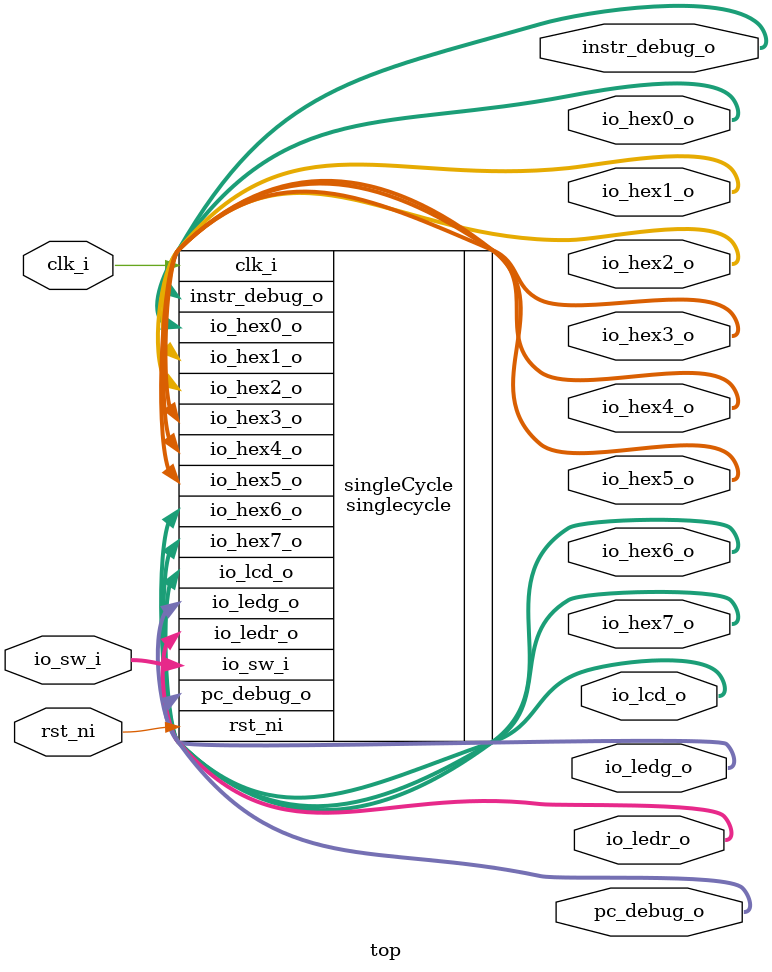
<source format=sv>
`default_nettype none

module top
(
  // Peripheral
  input  logic [31:0]      io_sw_i   ,
  output logic [31:0]      io_lcd_o  ,
  output logic [31:0]      io_ledg_o ,
  output logic [31:0]      io_ledr_o ,
  output logic [31:0]      io_hex0_o ,
  output logic [31:0]      io_hex1_o ,
  output logic [31:0]      io_hex2_o ,
  output logic [31:0]      io_hex3_o ,
  output logic [31:0]      io_hex4_o ,
  output logic [31:0]      io_hex5_o ,
  output logic [31:0]      io_hex6_o ,
  output logic [31:0]      io_hex7_o ,

  output logic [31:0]      pc_debug_o,
  output logic [31:0]      instr_debug_o,
  // Clock and asynchronous reset active low
  input  logic             clk_i     ,
  input  logic             rst_ni
);

  singlecycle singleCycle (
    .io_sw_i   (io_sw_i   ),
    .io_lcd_o  (io_lcd_o  ),
    .io_ledg_o (io_ledg_o ),
    .io_ledr_o (io_ledr_o ),
    .io_hex0_o (io_hex0_o ),
    .io_hex1_o (io_hex1_o ),
    .io_hex2_o (io_hex2_o ),
    .io_hex3_o (io_hex3_o ),
    .io_hex4_o (io_hex4_o ),
    .io_hex5_o (io_hex5_o ),
    .io_hex6_o (io_hex6_o ),
    .io_hex7_o (io_hex7_o ),
    .pc_debug_o(pc_debug_o),
    .instr_debug_o(instr_debug_o),
    .clk_i     (clk_i     ),
    .rst_ni    (rst_ni    )
  );

endmodule : top

</source>
